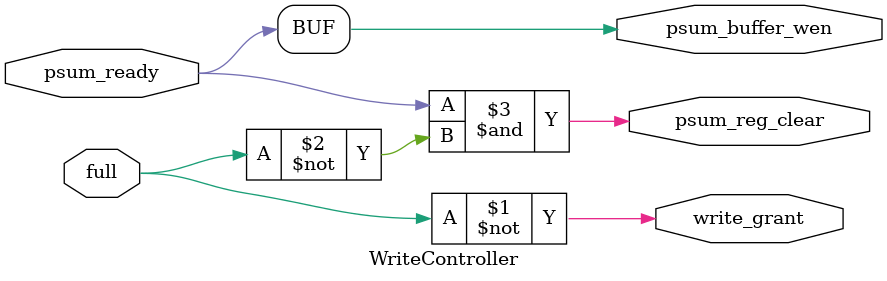
<source format=v>
module WriteController (
    input full,
    input psum_ready,

    output write_grant,
    output psum_buffer_wen,
    output psum_reg_clear
);
    
    assign write_grant = ~full;
    assign psum_buffer_wen = psum_ready;
    assign psum_reg_clear = psum_ready & (~full);

endmodule
</source>
